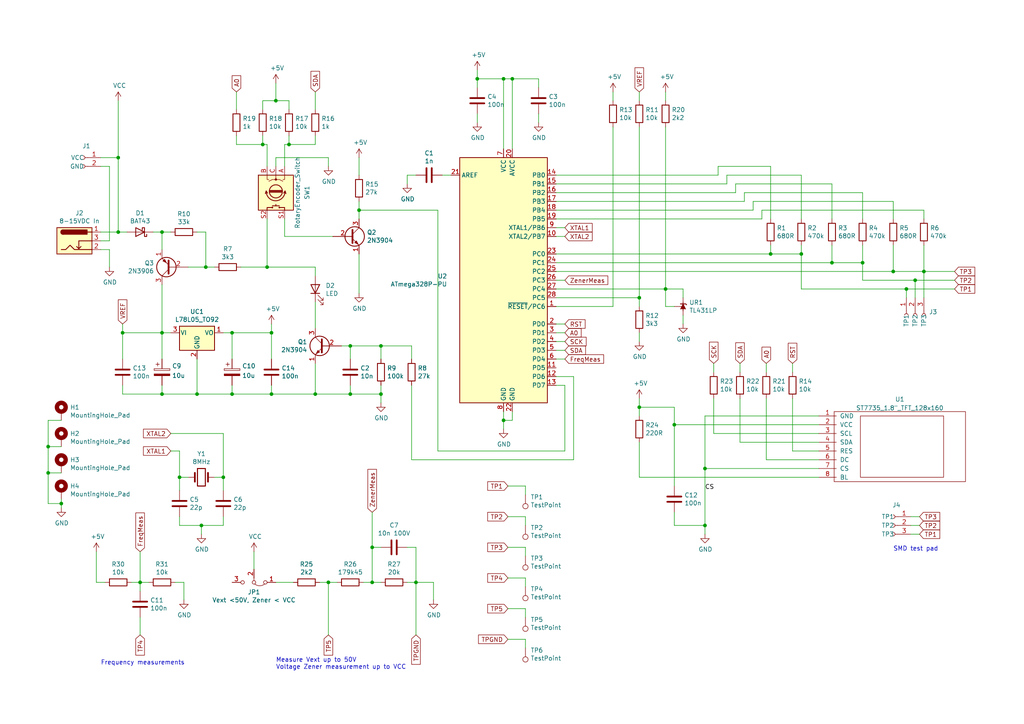
<source format=kicad_sch>
(kicad_sch (version 20211123) (generator eeschema)
  (paper "A4")
  (lib_symbols
    (symbol "Connector:Barrel_Jack_Switch" (pin_names hide)
      (property "Reference" "J" (at 0 5.334 0))
      (property "Value" "Barrel_Jack_Switch" (at 0 -5.08 0))
      (symbol "Barrel_Jack_Switch_1_1"
        (pin passive line (at 7.62 2.54 180) (length 2.54) (name "~") (number "1"))
        (pin passive line (at 7.62 -2.54 180) (length 2.54) (name "~") (number "2"))
        (pin passive line (at 7.62 0 180) (length 2.54) (name "~") (number "3"))
      )
    )
    (symbol "Connector:TestPoint" (pin_numbers hide) (pin_names (offset 0.762) hide)
      (property "Reference" "TP" (at 0 6.858 0))
      (property "Value" "TestPoint" (at 0 5.08 0))
      (symbol "TestPoint_1_1"
        (pin passive line (at 0 0 90) (length 2.54) (name "1") (number "1"))
      )
    )
    (symbol "Device:C" (pin_numbers hide) (pin_names (offset 0.254))
      (property "Reference" "C" (at 0.635 2.54 0))
      (property "Value" "C" (at 0.635 -2.54 0))
      (symbol "C_1_1"
        (pin passive line (at 0 3.81 270) (length 2.794) (name "~") (number "1"))
        (pin passive line (at 0 -3.81 90) (length 2.794) (name "~") (number "2"))
      )
    )
    (symbol "Device:C_Polarized" (pin_numbers hide) (pin_names (offset 0.254))
      (property "Reference" "C" (at 0.635 2.54 0))
      (property "Value" "C_Polarized" (at 0.635 -2.54 0))
      (symbol "C_Polarized_1_1"
        (pin passive line (at 0 3.81 270) (length 2.794) (name "~") (number "1"))
        (pin passive line (at 0 -3.81 90) (length 2.794) (name "~") (number "2"))
      )
    )
    (symbol "Device:Crystal" (pin_numbers hide) (pin_names (offset 1.016) hide)
      (property "Reference" "Y" (at 0 3.81 0))
      (property "Value" "Crystal" (at 0 -3.81 0))
      (symbol "Crystal_1_1"
        (pin passive line (at -3.81 0 0) (length 1.27) (name "1") (number "1"))
        (pin passive line (at 3.81 0 180) (length 1.27) (name "2") (number "2"))
      )
    )
    (symbol "Device:D_Schottky" (pin_numbers hide) (pin_names (offset 1.016) hide)
      (property "Reference" "D" (at 0 2.54 0))
      (property "Value" "D_Schottky" (at 0 -2.54 0))
      (symbol "D_Schottky_1_1"
        (pin passive line (at -3.81 0 0) (length 2.54) (name "K") (number "1"))
        (pin passive line (at 3.81 0 180) (length 2.54) (name "A") (number "2"))
      )
    )
    (symbol "Device:LED" (pin_numbers hide) (pin_names (offset 1.016) hide)
      (property "Reference" "D" (at 0 2.54 0))
      (property "Value" "LED" (at 0 -2.54 0))
      (symbol "LED_1_1"
        (pin passive line (at -3.81 0 0) (length 2.54) (name "K") (number "1"))
        (pin passive line (at 3.81 0 180) (length 2.54) (name "A") (number "2"))
      )
    )
    (symbol "Device:R" (pin_numbers hide) (pin_names (offset 0))
      (property "Reference" "R" (at 2.032 0 90))
      (property "Value" "R" (at 0 0 90))
      (symbol "R_1_1"
        (pin passive line (at 0 3.81 270) (length 1.27) (name "~") (number "1"))
        (pin passive line (at 0 -3.81 90) (length 1.27) (name "~") (number "2"))
      )
    )
    (symbol "Device:RotaryEncoder_Switch" (pin_names (offset 0.254) hide)
      (property "Reference" "SW" (at 0 6.604 0))
      (property "Value" "RotaryEncoder_Switch" (at 0 -6.604 0))
      (symbol "RotaryEncoder_Switch_1_1"
        (pin passive line (at -7.62 2.54 0) (length 2.54) (name "A") (number "A"))
        (pin passive line (at -7.62 -2.54 0) (length 2.54) (name "B") (number "B"))
        (pin passive line (at -7.62 0 0) (length 2.54) (name "C") (number "C"))
        (pin passive line (at 7.62 2.54 180) (length 2.54) (name "S1") (number "S1"))
        (pin passive line (at 7.62 -2.54 180) (length 2.54) (name "S2") (number "S2"))
      )
    )
    (symbol "Jumper:Jumper_3_Bridged12" (pin_names (offset 0) hide)
      (property "Reference" "JP" (at -2.54 -2.54 0))
      (property "Value" "Jumper_3_Bridged12" (at 0 2.794 0))
      (symbol "Jumper_3_Bridged12_1_1"
        (pin passive line (at -6.35 0 0) (length 2.54) (name "A") (number "1"))
        (pin input line (at 0 -3.81 90) (length 2.54) (name "C") (number "2"))
        (pin passive line (at 6.35 0 180) (length 2.54) (name "B") (number "3"))
      )
    )
    (symbol "Mechanical:MountingHole_Pad" (pin_numbers hide) (pin_names (offset 1.016) hide)
      (property "Reference" "H" (at 0 6.35 0))
      (property "Value" "MountingHole_Pad" (at 0 4.445 0))
      (symbol "MountingHole_Pad_1_1"
        (pin input line (at 0 -2.54 90) (length 2.54) (name "1") (number "1"))
      )
    )
    (symbol "My_Headers:2-pin_power_input_header" (pin_names (offset 1.016))
      (property "Reference" "J" (at 0 2.54 0))
      (symbol "2-pin_power_input_header_1_1"
        (pin power_out line (at -5.08 0 0) (length 3.81) (name "VCC") (number "1"))
        (pin power_out line (at -5.08 -2.54 0) (length 3.81) (name "GND") (number "2"))
      )
    )
    (symbol "My_Headers:3-pin_test_header" (pin_names (offset 1.016))
      (property "Reference" "J" (at 0 5.08 0))
      (symbol "3-pin_test_header_1_1"
        (pin input line (at -5.08 2.54 0) (length 3.81) (name "TP1") (number "1"))
        (pin input line (at -5.08 0 0) (length 3.81) (name "TP2") (number "2"))
        (pin input line (at -5.08 -2.54 0) (length 3.81) (name "TP3") (number "3"))
      )
    )
    (symbol "My_Misc:ATmega328P-PU"
      (property "Reference" "U" (at -12.7 36.83 0))
      (property "Value" "ATmega328P-PU" (at 7.62 -36.83 0))
      (symbol "ATmega328P-PU_1_1"
        (pin bidirectional line (at 15.24 -7.62 180) (length 2.54) (name "~{RESET}/PC6") (number "1"))
        (pin bidirectional line (at 15.24 12.7 180) (length 2.54) (name "XTAL2/PB7") (number "10"))
        (pin bidirectional line (at 15.24 -25.4 180) (length 2.54) (name "PD5") (number "11"))
        (pin bidirectional line (at 15.24 -27.94 180) (length 2.54) (name "PD6") (number "12"))
        (pin bidirectional line (at 15.24 -30.48 180) (length 2.54) (name "PD7") (number "13"))
        (pin bidirectional line (at 15.24 30.48 180) (length 2.54) (name "PB0") (number "14"))
        (pin bidirectional line (at 15.24 27.94 180) (length 2.54) (name "PB1") (number "15"))
        (pin bidirectional line (at 15.24 25.4 180) (length 2.54) (name "PB2") (number "16"))
        (pin bidirectional line (at 15.24 22.86 180) (length 2.54) (name "PB3") (number "17"))
        (pin bidirectional line (at 15.24 20.32 180) (length 2.54) (name "PB4") (number "18"))
        (pin bidirectional line (at 15.24 17.78 180) (length 2.54) (name "PB5") (number "19"))
        (pin bidirectional line (at 15.24 -12.7 180) (length 2.54) (name "PD0") (number "2"))
        (pin power_in line (at 2.54 38.1 270) (length 2.54) (name "AVCC") (number "20"))
        (pin passive line (at -15.24 30.48 0) (length 2.54) (name "AREF") (number "21"))
        (pin passive line (at 0 -38.1 90) (length 2.54) hide (name "GND") (number "22"))
        (pin power_in line (at 2.54 -38.1 90) (length 2.54) (name "GND") (number "22"))
        (pin bidirectional line (at 15.24 7.62 180) (length 2.54) (name "PC0") (number "23"))
        (pin bidirectional line (at 15.24 5.08 180) (length 2.54) (name "PC1") (number "24"))
        (pin bidirectional line (at 15.24 2.54 180) (length 2.54) (name "PC2") (number "25"))
        (pin bidirectional line (at 15.24 0 180) (length 2.54) (name "PC3") (number "26"))
        (pin bidirectional line (at 15.24 -2.54 180) (length 2.54) (name "PC4") (number "27"))
        (pin bidirectional line (at 15.24 -5.08 180) (length 2.54) (name "PC5") (number "28"))
        (pin bidirectional line (at 15.24 -15.24 180) (length 2.54) (name "PD1") (number "3"))
        (pin bidirectional line (at 15.24 -17.78 180) (length 2.54) (name "PD2") (number "4"))
        (pin bidirectional line (at 15.24 -20.32 180) (length 2.54) (name "PD3") (number "5"))
        (pin bidirectional line (at 15.24 -22.86 180) (length 2.54) (name "PD4") (number "6"))
        (pin power_in line (at 0 38.1 270) (length 2.54) (name "VCC") (number "7"))
        (pin power_in line (at 0 -38.1 90) (length 2.54) (name "GND") (number "8"))
        (pin bidirectional line (at 15.24 15.24 180) (length 2.54) (name "XTAL1/PB6") (number "9"))
      )
    )
    (symbol "My_Parts:ST7735_1.8{dblquote}_TFT_128x160" (pin_names (offset 1.016))
      (property "Reference" "U" (at 6.35 3.175 0))
      (property "Value" "ST7735_1.8{dblquote}_TFT_128x160" (at 24.13 -20.955 0))
      (symbol "ST7735_1.8{dblquote}_TFT_128x160_1_1"
        (pin power_in line (at 0 -17.78 0) (length 5.08) (name "GND") (number "1"))
        (pin power_in line (at 0 -15.24 0) (length 5.08) (name "VCC") (number "2"))
        (pin input line (at 0 -12.7 0) (length 5.08) (name "SCL") (number "3"))
        (pin input line (at 0 -10.16 0) (length 5.08) (name "SDA") (number "4"))
        (pin input line (at 0 -7.62 0) (length 5.08) (name "RES") (number "5"))
        (pin input line (at 0 -5.08 0) (length 5.08) (name "DC") (number "6"))
        (pin input line (at 0 -2.54 0) (length 5.08) (name "CS") (number "7"))
        (pin input line (at 0 0 0) (length 5.08) (name "BL") (number "8"))
      )
    )
    (symbol "Reference_Voltage:TL431LP" (pin_numbers hide) (pin_names hide)
      (property "Reference" "U" (at -2.54 2.54 0))
      (property "Value" "TL431LP" (at 0 -2.54 0))
      (symbol "TL431LP_1_1"
        (pin passive line (at 0 2.54 270) (length 2.54) (name "REF") (number "1"))
        (pin passive line (at -2.54 0 0) (length 2.54) (name "A") (number "2"))
        (pin passive line (at 2.54 0 180) (length 2.54) (name "K") (number "3"))
      )
    )
    (symbol "Regulator_Linear:L78L05_TO92" (pin_names (offset 0.254))
      (property "Reference" "U" (at -3.81 3.175 0))
      (property "Value" "L78L05_TO92" (at 0 3.175 0))
      (symbol "L78L05_TO92_1_1"
        (pin power_out line (at 7.62 0 180) (length 2.54) (name "VO") (number "1"))
        (pin power_in line (at 0 -7.62 90) (length 2.54) (name "GND") (number "2"))
        (pin power_in line (at -7.62 0 0) (length 2.54) (name "VI") (number "3"))
      )
    )
    (symbol "Transistor_BJT:2N3904" (pin_names (offset 0) hide)
      (property "Reference" "Q" (at 5.08 1.905 0))
      (property "Value" "2N3904" (at 5.08 0 0))
      (symbol "2N3904_1_1"
        (pin passive line (at 2.54 -5.08 90) (length 2.54) (name "E") (number "1"))
        (pin passive line (at -5.08 0 0) (length 5.715) (name "B") (number "2"))
        (pin passive line (at 2.54 5.08 270) (length 2.54) (name "C") (number "3"))
      )
    )
    (symbol "Transistor_BJT:2N3906" (pin_names (offset 0) hide)
      (property "Reference" "Q" (at 5.08 1.905 0))
      (property "Value" "2N3906" (at 5.08 0 0))
      (symbol "2N3906_1_1"
        (pin passive line (at 2.54 -5.08 90) (length 2.54) (name "E") (number "1"))
        (pin input line (at -5.08 0 0) (length 5.715) (name "B") (number "2"))
        (pin passive line (at 2.54 5.08 270) (length 2.54) (name "C") (number "3"))
      )
    )
    (symbol "power:+5V" (power) (pin_names (offset 0))
      (property "Value" "+5V" (at 0 3.556 0))
      (symbol "+5V_1_1"
        (pin power_in line (at 0 0 90) (length 0) hide (name "+5V") (number "1"))
      )
    )
    (symbol "power:GND" (power) (pin_names (offset 0))
      (property "Value" "GND" (at 0 -3.81 0))
      (symbol "GND_1_1"
        (pin power_in line (at 0 0 270) (length 0) hide (name "GND") (number "1"))
      )
    )
    (symbol "power:VCC" (power) (pin_names (offset 0))
      (property "Value" "VCC" (at 0 3.81 0))
      (symbol "VCC_1_1"
        (pin power_in line (at 0 0 90) (length 0) hide (name "VCC") (number "1"))
      )
    )
  )
  (junction (at 107.95 168.91))
  (junction (at 223.52 73.66))
  (junction (at 148.59 22.86))
  (junction (at 34.29 45.72))
  (junction (at 146.05 22.86))
  (junction (at 46.99 96.52))
  (junction (at 241.3 76.2))
  (junction (at 52.07 138.43))
  (junction (at 78.74 96.52))
  (junction (at 262.89 83.82))
  (junction (at 57.15 114.3))
  (junction (at 46.99 114.3))
  (junction (at 76.2 41.91))
  (junction (at 104.14 60.96))
  (junction (at 259.08 78.74))
  (junction (at 101.6 114.3))
  (junction (at 250.19 76.2))
  (junction (at 204.47 135.89))
  (junction (at 193.04 83.82))
  (junction (at 185.42 86.36))
  (junction (at 58.42 152.4))
  (junction (at 204.47 152.4))
  (junction (at 13.97 137.16))
  (junction (at 265.43 81.28))
  (junction (at 195.58 123.19))
  (junction (at 17.78 146.05))
  (junction (at 67.31 114.3))
  (junction (at 95.25 168.91))
  (junction (at 138.43 22.86))
  (junction (at 80.01 29.21))
  (junction (at 185.42 118.11))
  (junction (at 83.82 41.91))
  (junction (at 110.49 100.33))
  (junction (at 64.77 138.43))
  (junction (at 267.97 78.74))
  (junction (at 59.69 77.47))
  (junction (at 40.64 168.91))
  (junction (at 101.6 100.33))
  (junction (at 110.49 114.3))
  (junction (at 146.05 121.92))
  (junction (at 107.95 158.75))
  (junction (at 13.97 129.54))
  (junction (at 67.31 96.52))
  (junction (at 120.65 168.91))
  (junction (at 232.41 73.66))
  (junction (at 78.74 114.3))
  (junction (at 35.56 96.52))
  (junction (at 77.47 77.47))
  (junction (at 91.44 114.3))
  (junction (at 46.99 67.31))
  (junction (at 34.29 67.31))
  (wire (pts (xy 120.65 168.91) (xy 120.65 184.15)))
  (wire (pts (xy 148.59 119.38) (xy 148.59 121.92)))
  (wire (pts (xy 163.83 101.6) (xy 161.29 101.6)))
  (wire (pts (xy 107.95 168.91) (xy 107.95 158.75)))
  (wire (pts (xy 76.2 41.91) (xy 68.58 41.91)))
  (wire (pts (xy 29.21 45.72) (xy 34.29 45.72)))
  (wire (pts (xy 147.32 167.64) (xy 152.4 167.64)))
  (wire (pts (xy 232.41 50.8) (xy 232.41 63.5)))
  (wire (pts (xy 156.21 22.86) (xy 156.21 25.4)))
  (wire (pts (xy 161.29 58.42) (xy 215.9 58.42)))
  (wire (pts (xy 208.28 48.26) (xy 223.52 48.26)))
  (wire (pts (xy 195.58 152.4) (xy 204.47 152.4)))
  (wire (pts (xy 76.2 29.21) (xy 80.01 29.21)))
  (wire (pts (xy 130.81 50.8) (xy 128.27 50.8)))
  (wire (pts (xy 40.64 179.07) (xy 40.64 184.15)))
  (wire (pts (xy 204.47 135.89) (xy 204.47 152.4)))
  (wire (pts (xy 17.78 147.32) (xy 17.78 146.05)))
  (wire (pts (xy 185.42 118.11) (xy 195.58 118.11)))
  (wire (pts (xy 259.08 58.42) (xy 259.08 63.5)))
  (wire (pts (xy 57.15 114.3) (xy 67.31 114.3)))
  (wire (pts (xy 223.52 48.26) (xy 223.52 63.5)))
  (wire (pts (xy 118.11 50.8) (xy 118.11 53.34)))
  (wire (pts (xy 13.97 121.92) (xy 17.78 121.92)))
  (wire (pts (xy 237.49 128.27) (xy 214.63 128.27)))
  (wire (pts (xy 161.29 83.82) (xy 193.04 83.82)))
  (wire (pts (xy 232.41 83.82) (xy 232.41 73.66)))
  (wire (pts (xy 166.37 109.22) (xy 161.29 109.22)))
  (wire (pts (xy 193.04 29.21) (xy 193.04 26.67)))
  (wire (pts (xy 241.3 76.2) (xy 250.19 76.2)))
  (wire (pts (xy 163.83 130.81) (xy 163.83 111.76)))
  (wire (pts (xy 265.43 81.28) (xy 250.19 81.28)))
  (wire (pts (xy 35.56 96.52) (xy 35.56 104.14)))
  (wire (pts (xy 259.08 78.74) (xy 259.08 71.12)))
  (wire (pts (xy 104.14 63.5) (xy 104.14 60.96)))
  (wire (pts (xy 204.47 120.65) (xy 204.47 135.89)))
  (wire (pts (xy 146.05 43.18) (xy 146.05 22.86)))
  (wire (pts (xy 77.47 77.47) (xy 91.44 77.47)))
  (wire (pts (xy 214.63 128.27) (xy 214.63 115.57)))
  (wire (pts (xy 53.34 168.91) (xy 53.34 173.99)))
  (wire (pts (xy 215.9 55.88) (xy 250.19 55.88)))
  (wire (pts (xy 204.47 152.4) (xy 204.47 154.94)))
  (wire (pts (xy 237.49 130.81) (xy 229.87 130.81)))
  (wire (pts (xy 138.43 22.86) (xy 138.43 25.4)))
  (wire (pts (xy 148.59 22.86) (xy 148.59 43.18)))
  (wire (pts (xy 91.44 87.63) (xy 91.44 95.25)))
  (wire (pts (xy 146.05 119.38) (xy 146.05 121.92)))
  (wire (pts (xy 220.98 63.5) (xy 220.98 60.96)))
  (wire (pts (xy 83.82 29.21) (xy 83.82 31.75)))
  (wire (pts (xy 177.8 29.21) (xy 177.8 26.67)))
  (wire (pts (xy 57.15 67.31) (xy 59.69 67.31)))
  (wire (pts (xy 214.63 105.41) (xy 214.63 107.95)))
  (wire (pts (xy 49.53 125.73) (xy 64.77 125.73)))
  (wire (pts (xy 104.14 60.96) (xy 104.14 58.42)))
  (wire (pts (xy 218.44 60.96) (xy 218.44 58.42)))
  (wire (pts (xy 67.31 114.3) (xy 78.74 114.3)))
  (wire (pts (xy 163.83 96.52) (xy 161.29 96.52)))
  (wire (pts (xy 185.42 96.52) (xy 185.42 99.06)))
  (wire (pts (xy 40.64 168.91) (xy 40.64 160.02)))
  (wire (pts (xy 29.21 72.39) (xy 31.75 72.39)))
  (wire (pts (xy 195.58 118.11) (xy 195.58 123.19)))
  (wire (pts (xy 80.01 48.26) (xy 80.01 45.72)))
  (wire (pts (xy 276.86 83.82) (xy 262.89 83.82)))
  (wire (pts (xy 104.14 73.66) (xy 104.14 85.09)))
  (wire (pts (xy 40.64 168.91) (xy 38.1 168.91)))
  (wire (pts (xy 50.8 168.91) (xy 53.34 168.91)))
  (wire (pts (xy 210.82 53.34) (xy 210.82 50.8)))
  (wire (pts (xy 120.65 50.8) (xy 118.11 50.8)))
  (wire (pts (xy 101.6 111.76) (xy 101.6 114.3)))
  (wire (pts (xy 185.42 36.83) (xy 185.42 86.36)))
  (wire (pts (xy 101.6 114.3) (xy 110.49 114.3)))
  (wire (pts (xy 34.29 67.31) (xy 36.83 67.31)))
  (wire (pts (xy 250.19 81.28) (xy 250.19 76.2)))
  (wire (pts (xy 52.07 138.43) (xy 54.61 138.43)))
  (wire (pts (xy 267.97 60.96) (xy 267.97 63.5)))
  (wire (pts (xy 138.43 20.32) (xy 138.43 22.86)))
  (wire (pts (xy 267.97 78.74) (xy 276.86 78.74)))
  (wire (pts (xy 46.99 67.31) (xy 49.53 67.31)))
  (wire (pts (xy 163.83 66.04) (xy 161.29 66.04)))
  (wire (pts (xy 59.69 67.31) (xy 59.69 77.47)))
  (wire (pts (xy 222.25 107.95) (xy 222.25 105.41)))
  (wire (pts (xy 213.36 55.88) (xy 213.36 53.34)))
  (wire (pts (xy 276.86 81.28) (xy 265.43 81.28)))
  (wire (pts (xy 265.43 86.36) (xy 265.43 81.28)))
  (wire (pts (xy 237.49 125.73) (xy 207.01 125.73)))
  (wire (pts (xy 156.21 35.56) (xy 156.21 33.02)))
  (wire (pts (xy 13.97 137.16) (xy 17.78 137.16)))
  (wire (pts (xy 218.44 58.42) (xy 259.08 58.42)))
  (wire (pts (xy 193.04 36.83) (xy 193.04 83.82)))
  (wire (pts (xy 152.4 176.53) (xy 152.4 179.07)))
  (wire (pts (xy 198.12 91.44) (xy 198.12 93.98)))
  (wire (pts (xy 17.78 146.05) (xy 17.78 144.78)))
  (wire (pts (xy 161.29 60.96) (xy 218.44 60.96)))
  (wire (pts (xy 161.29 76.2) (xy 241.3 76.2)))
  (wire (pts (xy 220.98 60.96) (xy 267.97 60.96)))
  (wire (pts (xy 13.97 137.16) (xy 13.97 129.54)))
  (wire (pts (xy 229.87 115.57) (xy 229.87 130.81)))
  (wire (pts (xy 120.65 168.91) (xy 120.65 158.75)))
  (wire (pts (xy 27.94 168.91) (xy 30.48 168.91)))
  (wire (pts (xy 237.49 133.35) (xy 222.25 133.35)))
  (wire (pts (xy 31.75 72.39) (xy 31.75 77.47)))
  (wire (pts (xy 147.32 185.42) (xy 152.4 185.42)))
  (wire (pts (xy 107.95 168.91) (xy 110.49 168.91)))
  (wire (pts (xy 146.05 22.86) (xy 148.59 22.86)))
  (wire (pts (xy 185.42 29.21) (xy 185.42 26.67)))
  (wire (pts (xy 46.99 96.52) (xy 46.99 104.14)))
  (wire (pts (xy 78.74 96.52) (xy 78.74 93.98)))
  (wire (pts (xy 52.07 149.86) (xy 52.07 152.4)))
  (wire (pts (xy 54.61 77.47) (xy 59.69 77.47)))
  (wire (pts (xy 78.74 96.52) (xy 78.74 104.14)))
  (wire (pts (xy 104.14 50.8) (xy 104.14 45.72)))
  (wire (pts (xy 57.15 104.14) (xy 57.15 114.3)))
  (wire (pts (xy 152.4 185.42) (xy 152.4 187.96)))
  (wire (pts (xy 46.99 72.39) (xy 46.99 67.31)))
  (wire (pts (xy 107.95 158.75) (xy 110.49 158.75)))
  (wire (pts (xy 105.41 168.91) (xy 107.95 168.91)))
  (wire (pts (xy 163.83 68.58) (xy 161.29 68.58)))
  (wire (pts (xy 101.6 100.33) (xy 101.6 104.14)))
  (wire (pts (xy 67.31 96.52) (xy 67.31 104.14)))
  (wire (pts (xy 138.43 22.86) (xy 146.05 22.86)))
  (wire (pts (xy 267.97 78.74) (xy 267.97 71.12)))
  (wire (pts (xy 62.23 138.43) (xy 64.77 138.43)))
  (wire (pts (xy 92.71 168.91) (xy 95.25 168.91)))
  (wire (pts (xy 91.44 114.3) (xy 78.74 114.3)))
  (wire (pts (xy 166.37 133.35) (xy 166.37 109.22)))
  (wire (pts (xy 241.3 53.34) (xy 241.3 63.5)))
  (wire (pts (xy 213.36 53.34) (xy 241.3 53.34)))
  (wire (pts (xy 46.99 111.76) (xy 46.99 114.3)))
  (wire (pts (xy 138.43 33.02) (xy 138.43 35.56)))
  (wire (pts (xy 77.47 48.26) (xy 77.47 41.91)))
  (wire (pts (xy 76.2 31.75) (xy 76.2 29.21)))
  (wire (pts (xy 193.04 88.9) (xy 193.04 83.82)))
  (wire (pts (xy 59.69 77.47) (xy 62.23 77.47)))
  (wire (pts (xy 67.31 111.76) (xy 67.31 114.3)))
  (wire (pts (xy 46.99 96.52) (xy 35.56 96.52)))
  (wire (pts (xy 266.7 154.94) (xy 264.16 154.94)))
  (wire (pts (xy 152.4 158.75) (xy 152.4 161.29)))
  (wire (pts (xy 127 130.81) (xy 163.83 130.81)))
  (wire (pts (xy 64.77 152.4) (xy 64.77 149.86)))
  (wire (pts (xy 91.44 105.41) (xy 91.44 114.3)))
  (wire (pts (xy 147.32 140.97) (xy 152.4 140.97)))
  (wire (pts (xy 119.38 111.76) (xy 119.38 133.35)))
  (wire (pts (xy 177.8 88.9) (xy 177.8 36.83)))
  (wire (pts (xy 91.44 31.75) (xy 91.44 26.67)))
  (wire (pts (xy 185.42 138.43) (xy 185.42 128.27)))
  (wire (pts (xy 76.2 39.37) (xy 76.2 41.91)))
  (wire (pts (xy 83.82 39.37) (xy 83.82 41.91)))
  (wire (pts (xy 46.99 96.52) (xy 46.99 82.55)))
  (wire (pts (xy 13.97 129.54) (xy 17.78 129.54)))
  (wire (pts (xy 31.75 48.26) (xy 31.75 69.85)))
  (wire (pts (xy 49.53 96.52) (xy 46.99 96.52)))
  (wire (pts (xy 262.89 86.36) (xy 262.89 83.82)))
  (wire (pts (xy 127 60.96) (xy 127 130.81)))
  (wire (pts (xy 147.32 149.86) (xy 152.4 149.86)))
  (wire (pts (xy 146.05 124.46) (xy 146.05 121.92)))
  (wire (pts (xy 120.65 158.75) (xy 118.11 158.75)))
  (wire (pts (xy 185.42 86.36) (xy 161.29 86.36)))
  (wire (pts (xy 222.25 115.57) (xy 222.25 133.35)))
  (wire (pts (xy 31.75 69.85) (xy 29.21 69.85)))
  (wire (pts (xy 13.97 129.54) (xy 13.97 121.92)))
  (wire (pts (xy 147.32 176.53) (xy 152.4 176.53)))
  (wire (pts (xy 193.04 83.82) (xy 198.12 83.82)))
  (wire (pts (xy 34.29 45.72) (xy 34.29 29.21)))
  (wire (pts (xy 110.49 116.84) (xy 110.49 114.3)))
  (wire (pts (xy 229.87 105.41) (xy 229.87 107.95)))
  (wire (pts (xy 34.29 67.31) (xy 34.29 45.72)))
  (wire (pts (xy 82.55 48.26) (xy 82.55 41.91)))
  (wire (pts (xy 161.29 88.9) (xy 177.8 88.9)))
  (wire (pts (xy 78.74 114.3) (xy 78.74 111.76)))
  (wire (pts (xy 58.42 152.4) (xy 64.77 152.4)))
  (wire (pts (xy 125.73 168.91) (xy 125.73 173.99)))
  (wire (pts (xy 259.08 78.74) (xy 267.97 78.74)))
  (wire (pts (xy 95.25 168.91) (xy 95.25 184.15)))
  (wire (pts (xy 101.6 100.33) (xy 110.49 100.33)))
  (wire (pts (xy 161.29 63.5) (xy 220.98 63.5)))
  (wire (pts (xy 104.14 60.96) (xy 127 60.96)))
  (wire (pts (xy 198.12 83.82) (xy 198.12 86.36)))
  (wire (pts (xy 44.45 67.31) (xy 46.99 67.31)))
  (wire (pts (xy 152.4 140.97) (xy 152.4 143.51)))
  (wire (pts (xy 119.38 133.35) (xy 166.37 133.35)))
  (wire (pts (xy 267.97 86.36) (xy 267.97 78.74)))
  (wire (pts (xy 29.21 48.26) (xy 31.75 48.26)))
  (wire (pts (xy 163.83 99.06) (xy 161.29 99.06)))
  (wire (pts (xy 215.9 58.42) (xy 215.9 55.88)))
  (wire (pts (xy 204.47 120.65) (xy 237.49 120.65)))
  (wire (pts (xy 147.32 158.75) (xy 152.4 158.75)))
  (wire (pts (xy 110.49 114.3) (xy 110.49 111.76)))
  (wire (pts (xy 68.58 41.91) (xy 68.58 39.37)))
  (wire (pts (xy 163.83 93.98) (xy 161.29 93.98)))
  (wire (pts (xy 91.44 77.47) (xy 91.44 80.01)))
  (wire (pts (xy 161.29 53.34) (xy 210.82 53.34)))
  (wire (pts (xy 161.29 73.66) (xy 223.52 73.66)))
  (wire (pts (xy 232.41 73.66) (xy 232.41 71.12)))
  (wire (pts (xy 77.47 63.5) (xy 77.47 77.47)))
  (wire (pts (xy 64.77 125.73) (xy 64.77 138.43)))
  (wire (pts (xy 195.58 123.19) (xy 237.49 123.19)))
  (wire (pts (xy 204.47 135.89) (xy 237.49 135.89)))
  (wire (pts (xy 40.64 171.45) (xy 40.64 168.91)))
  (wire (pts (xy 43.18 168.91) (xy 40.64 168.91)))
  (wire (pts (xy 262.89 83.82) (xy 232.41 83.82)))
  (wire (pts (xy 266.7 149.86) (xy 264.16 149.86)))
  (wire (pts (xy 146.05 121.92) (xy 148.59 121.92)))
  (wire (pts (xy 152.4 167.64) (xy 152.4 170.18)))
  (wire (pts (xy 210.82 50.8) (xy 232.41 50.8)))
  (wire (pts (xy 95.25 168.91) (xy 97.79 168.91)))
  (wire (pts (xy 148.59 22.86) (xy 156.21 22.86)))
  (wire (pts (xy 95.25 45.72) (xy 95.25 48.26)))
  (wire (pts (xy 73.66 165.1) (xy 73.66 160.02)))
  (wire (pts (xy 110.49 100.33) (xy 119.38 100.33)))
  (wire (pts (xy 17.78 146.05) (xy 13.97 146.05)))
  (wire (pts (xy 223.52 73.66) (xy 223.52 71.12)))
  (wire (pts (xy 161.29 78.74) (xy 259.08 78.74)))
  (wire (pts (xy 161.29 55.88) (xy 213.36 55.88)))
  (wire (pts (xy 223.52 73.66) (xy 232.41 73.66)))
  (wire (pts (xy 13.97 146.05) (xy 13.97 137.16)))
  (wire (pts (xy 35.56 114.3) (xy 46.99 114.3)))
  (wire (pts (xy 68.58 31.75) (xy 68.58 26.67)))
  (wire (pts (xy 241.3 76.2) (xy 241.3 71.12)))
  (wire (pts (xy 99.06 100.33) (xy 101.6 100.33)))
  (wire (pts (xy 35.56 111.76) (xy 35.56 114.3)))
  (wire (pts (xy 185.42 138.43) (xy 237.49 138.43)))
  (wire (pts (xy 85.09 168.91) (xy 80.01 168.91)))
  (wire (pts (xy 120.65 168.91) (xy 125.73 168.91)))
  (wire (pts (xy 110.49 100.33) (xy 110.49 104.14)))
  (wire (pts (xy 46.99 114.3) (xy 57.15 114.3)))
  (wire (pts (xy 185.42 118.11) (xy 185.42 120.65)))
  (wire (pts (xy 82.55 41.91) (xy 83.82 41.91)))
  (wire (pts (xy 161.29 50.8) (xy 208.28 50.8)))
  (wire (pts (xy 67.31 96.52) (xy 78.74 96.52)))
  (wire (pts (xy 52.07 130.81) (xy 52.07 138.43)))
  (wire (pts (xy 82.55 68.58) (xy 82.55 63.5)))
  (wire (pts (xy 163.83 111.76) (xy 161.29 111.76)))
  (wire (pts (xy 163.83 81.28) (xy 161.29 81.28)))
  (wire (pts (xy 27.94 160.02) (xy 27.94 168.91)))
  (wire (pts (xy 58.42 154.94) (xy 58.42 152.4)))
  (wire (pts (xy 52.07 142.24) (xy 52.07 138.43)))
  (wire (pts (xy 207.01 125.73) (xy 207.01 115.57)))
  (wire (pts (xy 163.83 104.14) (xy 161.29 104.14)))
  (wire (pts (xy 52.07 152.4) (xy 58.42 152.4)))
  (wire (pts (xy 64.77 96.52) (xy 67.31 96.52)))
  (wire (pts (xy 35.56 96.52) (xy 35.56 93.98)))
  (wire (pts (xy 118.11 168.91) (xy 120.65 168.91)))
  (wire (pts (xy 250.19 76.2) (xy 250.19 71.12)))
  (wire (pts (xy 195.58 88.9) (xy 193.04 88.9)))
  (wire (pts (xy 119.38 100.33) (xy 119.38 104.14)))
  (wire (pts (xy 80.01 29.21) (xy 83.82 29.21)))
  (wire (pts (xy 82.55 68.58) (xy 96.52 68.58)))
  (wire (pts (xy 80.01 45.72) (xy 95.25 45.72)))
  (wire (pts (xy 91.44 41.91) (xy 91.44 39.37)))
  (wire (pts (xy 195.58 123.19) (xy 195.58 140.97)))
  (wire (pts (xy 107.95 158.75) (xy 107.95 148.59)))
  (wire (pts (xy 208.28 50.8) (xy 208.28 48.26)))
  (wire (pts (xy 29.21 67.31) (xy 34.29 67.31)))
  (wire (pts (xy 52.07 130.81) (xy 49.53 130.81)))
  (wire (pts (xy 80.01 24.13) (xy 80.01 29.21)))
  (wire (pts (xy 69.85 77.47) (xy 77.47 77.47)))
  (wire (pts (xy 207.01 107.95) (xy 207.01 105.41)))
  (wire (pts (xy 195.58 148.59) (xy 195.58 152.4)))
  (wire (pts (xy 185.42 115.57) (xy 185.42 118.11)))
  (wire (pts (xy 77.47 41.91) (xy 76.2 41.91)))
  (wire (pts (xy 266.7 152.4) (xy 264.16 152.4)))
  (wire (pts (xy 250.19 55.88) (xy 250.19 63.5)))
  (wire (pts (xy 152.4 149.86) (xy 152.4 152.4)))
  (wire (pts (xy 91.44 114.3) (xy 101.6 114.3)))
  (wire (pts (xy 64.77 138.43) (xy 64.77 142.24)))
  (wire (pts (xy 185.42 88.9) (xy 185.42 86.36)))
  (wire (pts (xy 83.82 41.91) (xy 91.44 41.91)))
  (text "SMD test pad" (at 259.08 160.02 0) (effects (font (size 1.27 1.27)) (justify left bottom)))
  (text "Measure Vext up to 50V\nVoltage Zener measurement up to VCC" (at 80.01 194.31 0) (effects (font (size 1.27 1.27)) (justify left bottom)))
  (text "Frequency measurements" (at 29.21 193.04 0) (effects (font (size 1.27 1.27)) (justify left bottom)))
  (label "CS" (at 204.47 142.24 0))
  (global_label "A0" (shape input) (at 68.58 26.67 90) (property "Intersheet References" "${INTERSHEET_REFS}" (effects hide)))
  (global_label "TP2" (shape input) (at 266.7 152.4 0) (property "Intersheet References" "${INTERSHEET_REFS}" (effects hide)))
  (global_label "TP2" (shape input) (at 276.86 81.28 0) (property "Intersheet References" "${INTERSHEET_REFS}" (effects hide)))
  (global_label "XTAL2" (shape input) (at 163.83 68.58 0) (property "Intersheet References" "${INTERSHEET_REFS}" (effects hide)))
  (global_label "A0" (shape input) (at 163.83 96.52 0) (property "Intersheet References" "${INTERSHEET_REFS}" (effects hide)))
  (global_label "RST" (shape input) (at 229.87 105.41 90) (property "Intersheet References" "${INTERSHEET_REFS}" (effects hide)))
  (global_label "SDA" (shape input) (at 163.83 101.6 0) (property "Intersheet References" "${INTERSHEET_REFS}" (effects hide)))
  (global_label "TP3" (shape input) (at 147.32 158.75 180) (property "Intersheet References" "${INTERSHEET_REFS}" (effects hide)))
  (global_label "TP2" (shape input) (at 147.32 149.86 180) (property "Intersheet References" "${INTERSHEET_REFS}" (effects hide)))
  (global_label "TP4" (shape input) (at 40.64 184.15 270) (property "Intersheet References" "${INTERSHEET_REFS}" (effects hide)))
  (global_label "ZenerMeas" (shape input) (at 107.95 148.59 90) (property "Intersheet References" "${INTERSHEET_REFS}" (effects hide)))
  (global_label "A0" (shape input) (at 222.25 105.41 90) (property "Intersheet References" "${INTERSHEET_REFS}" (effects hide)))
  (global_label "TP5" (shape input) (at 147.32 176.53 180) (property "Intersheet References" "${INTERSHEET_REFS}" (effects hide)))
  (global_label "FreqMeas" (shape input) (at 40.64 160.02 90) (property "Intersheet References" "${INTERSHEET_REFS}" (effects hide)))
  (global_label "SDA" (shape input) (at 91.44 26.67 90) (property "Intersheet References" "${INTERSHEET_REFS}" (effects hide)))
  (global_label "ZenerMeas" (shape input) (at 163.83 81.28 0) (property "Intersheet References" "${INTERSHEET_REFS}" (effects hide)))
  (global_label "TP3" (shape input) (at 266.7 149.86 0) (property "Intersheet References" "${INTERSHEET_REFS}" (effects hide)))
  (global_label "SCK" (shape input) (at 163.83 99.06 0) (property "Intersheet References" "${INTERSHEET_REFS}" (effects hide)))
  (global_label "XTAL2" (shape input) (at 49.53 125.73 180) (property "Intersheet References" "${INTERSHEET_REFS}" (effects hide)))
  (global_label "SDA" (shape input) (at 214.63 105.41 90) (property "Intersheet References" "${INTERSHEET_REFS}" (effects hide)))
  (global_label "TPGND" (shape input) (at 120.65 184.15 270) (property "Intersheet References" "${INTERSHEET_REFS}" (effects hide)))
  (global_label "VREF" (shape input) (at 35.56 93.98 90) (property "Intersheet References" "${INTERSHEET_REFS}" (effects hide)))
  (global_label "SCK" (shape input) (at 207.01 105.41 90) (property "Intersheet References" "${INTERSHEET_REFS}" (effects hide)))
  (global_label "TP4" (shape input) (at 147.32 167.64 180) (property "Intersheet References" "${INTERSHEET_REFS}" (effects hide)))
  (global_label "RST" (shape input) (at 163.83 93.98 0) (property "Intersheet References" "${INTERSHEET_REFS}" (effects hide)))
  (global_label "TP1" (shape input) (at 266.7 154.94 0) (property "Intersheet References" "${INTERSHEET_REFS}" (effects hide)))
  (global_label "TP5" (shape input) (at 95.25 184.15 270) (property "Intersheet References" "${INTERSHEET_REFS}" (effects hide)))
  (global_label "FreqMeas" (shape input) (at 163.83 104.14 0) (property "Intersheet References" "${INTERSHEET_REFS}" (effects hide)))
  (global_label "VREF" (shape input) (at 185.42 26.67 90) (property "Intersheet References" "${INTERSHEET_REFS}" (effects hide)))
  (global_label "XTAL1" (shape input) (at 163.83 66.04 0) (property "Intersheet References" "${INTERSHEET_REFS}" (effects hide)))
  (global_label "XTAL1" (shape input) (at 49.53 130.81 180) (property "Intersheet References" "${INTERSHEET_REFS}" (effects hide)))
  (global_label "TP3" (shape input) (at 276.86 78.74 0) (property "Intersheet References" "${INTERSHEET_REFS}" (effects hide)))
  (global_label "TP1" (shape input) (at 276.86 83.82 0) (property "Intersheet References" "${INTERSHEET_REFS}" (effects hide)))
  (global_label "TPGND" (shape input) (at 147.32 185.42 180) (property "Intersheet References" "${INTERSHEET_REFS}" (effects hide)))
  (global_label "TP1" (shape input) (at 147.32 140.97 180) (property "Intersheet References" "${INTERSHEET_REFS}" (effects hide)))
  (symbol (lib_id "My_Misc:ATmega328P-PU") (at 146.05 81.28 0) (unit 1)
    (property "Reference" "U2" (at 129.6924 80.1116 0) (effects (justify right)))
    (property "Value" "ATmega328P-PU" (at 129.6924 82.423 0) (effects (justify right)))
    (property "Footprint" "Package_DIP:DIP-28_W7.62mm" (effects hide))
    (property "Datasheet" "http://ww1.microchip.com/downloads/en/DeviceDoc/ATmega328_P%20AVR%20MCU%20with%20picoPower%20Technology%20Data%20Sheet%2040001984A.pdf" (effects hide))
  )
  (symbol (lib_id "Device:R") (at 267.97 67.31 0) (unit 1)
    (property "Reference" "R6" (at 269.748 66.1416 0) (effects (justify left)))
    (property "Value" "470k" (at 269.748 68.453 0) (effects (justify left)))
    (property "Footprint" "My_Misc:R_Axial_DIN0207_L6.3mm_D2.5mm_P10.16mm_Horizontal_larger_pads" (effects hide))
  )
  (symbol (lib_id "Device:R") (at 259.08 67.31 0) (unit 1)
    (property "Reference" "R5" (at 260.858 66.1416 0) (effects (justify left)))
    (property "Value" "680R" (at 260.858 68.453 0) (effects (justify left)))
    (property "Footprint" "My_Misc:R_Axial_DIN0207_L6.3mm_D2.5mm_P10.16mm_Horizontal_larger_pads" (effects hide))
  )
  (symbol (lib_id "Device:R") (at 250.19 67.31 0) (unit 1)
    (property "Reference" "R4" (at 251.968 66.1416 0) (effects (justify left)))
    (property "Value" "470k" (at 251.968 68.453 0) (effects (justify left)))
    (property "Footprint" "My_Misc:R_Axial_DIN0207_L6.3mm_D2.5mm_P10.16mm_Horizontal_larger_pads" (effects hide))
  )
  (symbol (lib_id "Device:R") (at 241.3 67.31 0) (unit 1)
    (property "Reference" "R3" (at 243.078 66.1416 0) (effects (justify left)))
    (property "Value" "680R" (at 243.078 68.453 0) (effects (justify left)))
    (property "Footprint" "My_Misc:R_Axial_DIN0207_L6.3mm_D2.5mm_P10.16mm_Horizontal_larger_pads" (effects hide))
  )
  (symbol (lib_id "Device:R") (at 232.41 67.31 0) (unit 1)
    (property "Reference" "R2" (at 234.188 66.1416 0) (effects (justify left)))
    (property "Value" "470k" (at 234.188 68.453 0) (effects (justify left)))
    (property "Footprint" "My_Misc:R_Axial_DIN0207_L6.3mm_D2.5mm_P10.16mm_Horizontal_larger_pads" (effects hide))
  )
  (symbol (lib_id "Device:R") (at 223.52 67.31 0) (unit 1)
    (property "Reference" "R1" (at 225.298 66.1416 0) (effects (justify left)))
    (property "Value" "680R" (at 225.298 68.453 0) (effects (justify left)))
    (property "Footprint" "My_Misc:R_Axial_DIN0207_L6.3mm_D2.5mm_P10.16mm_Horizontal_larger_pads" (effects hide))
  )
  (symbol (lib_id "My_Headers:3-pin_test_header") (at 265.43 91.44 90) (mirror x) (unit 1)
    (property "Reference" "J3" (at 269.4432 90.4748 90) (effects (justify right)))
    (property "Value" "3-pin_test_header" (effects hide))
    (property "Footprint" "My_Headers:3-pin_test_header_large" (effects hide))
  )
  (symbol (lib_id "power:+5V") (at 193.04 26.67 0) (unit 1)
    (property "Reference" "#PWR0101" (effects hide))
    (property "Value" "+5V" (at 193.421 22.2758 0))
  )
  (symbol (lib_id "power:GND") (at 198.12 93.98 0) (unit 1)
    (property "Reference" "#PWR0122" (effects hide))
    (property "Value" "GND" (at 198.247 98.3742 0))
  )
  (symbol (lib_id "Device:R") (at 185.42 92.71 180) (unit 1)
    (property "Reference" "R12" (at 187.198 91.5416 0) (effects (justify right)))
    (property "Value" "3k3" (at 187.198 93.853 0) (effects (justify right)))
    (property "Footprint" "My_Misc:R_Axial_DIN0207_L6.3mm_D2.5mm_P10.16mm_Horizontal_larger_pads" (effects hide))
  )
  (symbol (lib_id "power:GND") (at 185.42 99.06 0) (unit 1)
    (property "Reference" "#PWR0102" (effects hide))
    (property "Value" "GND" (at 185.547 103.4542 0))
  )
  (symbol (lib_id "Device:R") (at 185.42 33.02 0) (unit 1)
    (property "Reference" "R11" (at 187.198 31.8516 0) (effects (justify left)))
    (property "Value" "10k" (at 187.198 34.163 0) (effects (justify left)))
    (property "Footprint" "My_Misc:R_Axial_DIN0207_L6.3mm_D2.5mm_P10.16mm_Horizontal_larger_pads" (effects hide))
  )
  (symbol (lib_id "Device:R") (at 177.8 33.02 0) (unit 1)
    (property "Reference" "R13" (at 179.578 31.8516 0) (effects (justify left)))
    (property "Value" "10k" (at 179.578 34.163 0) (effects (justify left)))
    (property "Footprint" "My_Misc:R_Axial_DIN0207_L6.3mm_D2.5mm_P10.16mm_Horizontal_larger_pads" (effects hide))
  )
  (symbol (lib_id "power:+5V") (at 177.8 26.67 0) (unit 1)
    (property "Reference" "#PWR0103" (effects hide))
    (property "Value" "+5V" (at 178.181 22.2758 0))
  )
  (symbol (lib_id "Device:R") (at 34.29 168.91 270) (unit 1)
    (property "Reference" "R30" (at 34.29 163.6522 90))
    (property "Value" "10k" (at 34.29 165.9636 90))
    (property "Footprint" "My_Misc:R_Axial_DIN0207_L6.3mm_D2.5mm_P10.16mm_Horizontal_larger_pads" (effects hide))
  )
  (symbol (lib_id "Device:R") (at 46.99 168.91 270) (unit 1)
    (property "Reference" "R31" (at 46.99 163.6522 90))
    (property "Value" "10k" (at 46.99 165.9636 90))
    (property "Footprint" "My_Misc:R_Axial_DIN0207_L6.3mm_D2.5mm_P10.16mm_Horizontal_larger_pads" (effects hide))
  )
  (symbol (lib_id "Device:C") (at 40.64 175.26 0) (unit 1)
    (property "Reference" "C11" (at 43.561 174.0916 0) (effects (justify left)))
    (property "Value" "100n" (at 43.561 176.403 0) (effects (justify left)))
    (property "Footprint" "My_Misc:C_Disc_D3.8mm_W2.6mm_P2.50mm_large" (effects hide))
  )
  (symbol (lib_id "power:+5V") (at 27.94 160.02 0) (unit 1)
    (property "Reference" "#PWR0104" (effects hide))
    (property "Value" "+5V" (at 28.321 155.6258 0))
  )
  (symbol (lib_id "power:GND") (at 53.34 173.99 0) (unit 1)
    (property "Reference" "#PWR0105" (effects hide))
    (property "Value" "GND" (at 53.467 178.3842 0))
  )
  (symbol (lib_id "Jumper:Jumper_3_Bridged12") (at 73.66 168.91 180) (unit 1)
    (property "Reference" "JP1" (at 73.66 171.7294 0))
    (property "Value" "Vext <50V, Zener < VCC" (at 73.66 174.0408 0))
    (property "Footprint" "My_Parts:Jumper_1x03_P2.54mm_large" (effects hide))
  )
  (symbol (lib_id "power:VCC") (at 73.66 160.02 0) (unit 1)
    (property "Reference" "#PWR0106" (effects hide))
    (property "Value" "VCC" (at 74.041 155.6258 0))
  )
  (symbol (lib_id "Device:R") (at 88.9 168.91 270) (unit 1)
    (property "Reference" "R25" (at 88.9 163.6522 90))
    (property "Value" "2k2" (at 88.9 165.9636 90))
    (property "Footprint" "My_Misc:R_Axial_DIN0207_L6.3mm_D2.5mm_P10.16mm_Horizontal_larger_pads" (effects hide))
  )
  (symbol (lib_id "Device:R") (at 101.6 168.91 270) (unit 1)
    (property "Reference" "R26" (at 101.6 163.6522 90))
    (property "Value" "179k45" (at 101.6 165.9636 90))
    (property "Footprint" "My_Misc:R_Axial_DIN0207_L6.3mm_D2.5mm_P10.16mm_Horizontal_larger_pads" (effects hide))
  )
  (symbol (lib_id "Device:R") (at 114.3 168.91 270) (unit 1)
    (property "Reference" "R27" (at 114.3 163.6522 90))
    (property "Value" "20k" (at 114.3 165.9636 90))
    (property "Footprint" "My_Misc:R_Axial_DIN0207_L6.3mm_D2.5mm_P10.16mm_Horizontal_larger_pads" (effects hide))
  )
  (symbol (lib_id "Device:C") (at 114.3 158.75 270) (unit 1)
    (property "Reference" "C7" (at 114.3 152.3492 90))
    (property "Value" "10n 100V" (at 114.3 154.6606 90))
    (property "Footprint" "My_Misc:C_Disc_D7.5mm_W2.5mm_P5.00mm_larger" (effects hide))
  )
  (symbol (lib_id "power:GND") (at 125.73 173.99 0) (unit 1)
    (property "Reference" "#PWR0107" (effects hide))
    (property "Value" "GND" (at 125.857 178.3842 0))
  )
  (symbol (lib_id "power:GND") (at 17.78 147.32 0) (unit 1)
    (property "Reference" "#PWR0125" (effects hide))
    (property "Value" "GND" (at 17.907 151.7142 0))
  )
  (symbol (lib_id "Mechanical:MountingHole_Pad") (at 17.78 119.38 0) (unit 1)
    (property "Reference" "H1" (at 20.32 118.1354 0) (effects (justify left)))
    (property "Value" "MountingHole_Pad" (at 20.32 120.4468 0) (effects (justify left)))
    (property "Footprint" "MountingHole:MountingHole_3.2mm_M3_Pad" (effects hide))
  )
  (symbol (lib_id "Connector:Barrel_Jack_Switch") (at 21.59 69.85 0) (unit 1)
    (property "Reference" "J2" (at 23.0378 61.7982 0))
    (property "Value" "8-15VDC In" (at 23.0378 64.1096 0))
    (property "Footprint" "My_Misc:BarrelJack_Horizontal" (effects hide))
  )
  (symbol (lib_id "Device:D_Schottky") (at 40.64 67.31 180) (unit 1)
    (property "Reference" "D1" (at 40.64 61.7982 0))
    (property "Value" "BAT43" (at 40.64 64.1096 0))
    (property "Footprint" "My_Misc:D_DO-35_SOD27_P7.62mm_Horizontal_large" (effects hide))
  )
  (symbol (lib_id "Device:R") (at 53.34 67.31 270) (unit 1)
    (property "Reference" "R10" (at 53.34 62.0522 90))
    (property "Value" "33k" (at 53.34 64.3636 90))
    (property "Footprint" "My_Misc:R_Axial_DIN0207_L6.3mm_D2.5mm_P10.16mm_Horizontal_larger_pads" (effects hide))
  )
  (symbol (lib_id "Transistor_BJT:2N3906") (at 49.53 77.47 180) (unit 1)
    (property "Reference" "Q3" (at 44.6786 76.3016 0) (effects (justify left)))
    (property "Value" "2N3906" (at 44.6786 78.613 0) (effects (justify left)))
    (property "Footprint" "Package_TO_SOT_THT:TO-92_Inline_Wide" (effects hide))
    (property "Datasheet" "https://www.onsemi.com/pub/Collateral/2N3906-D.PDF" (effects hide))
  )
  (symbol (lib_id "Device:R") (at 66.04 77.47 270) (unit 1)
    (property "Reference" "R7" (at 66.04 72.2122 90))
    (property "Value" "3k3" (at 66.04 74.5236 90))
    (property "Footprint" "My_Misc:R_Axial_DIN0207_L6.3mm_D2.5mm_P10.16mm_Horizontal_larger_pads" (effects hide))
  )
  (symbol (lib_id "Mechanical:MountingHole_Pad") (at 17.78 127 0) (unit 1)
    (property "Reference" "H2" (at 20.32 125.7554 0) (effects (justify left)))
    (property "Value" "MountingHole_Pad" (at 20.32 128.0668 0) (effects (justify left)))
    (property "Footprint" "MountingHole:MountingHole_3.2mm_M3_Pad" (effects hide))
  )
  (symbol (lib_id "power:VCC") (at 34.29 29.21 0) (unit 1)
    (property "Reference" "#PWR0108" (effects hide))
    (property "Value" "VCC" (at 34.671 24.8158 0))
  )
  (symbol (lib_id "power:GND") (at 31.75 77.47 0) (unit 1)
    (property "Reference" "#PWR0109" (effects hide))
    (property "Value" "GND" (at 31.877 81.8642 0))
  )
  (symbol (lib_id "Mechanical:MountingHole_Pad") (at 17.78 134.62 0) (unit 1)
    (property "Reference" "H3" (at 20.32 133.3754 0) (effects (justify left)))
    (property "Value" "MountingHole_Pad" (at 20.32 135.6868 0) (effects (justify left)))
    (property "Footprint" "MountingHole:MountingHole_3.2mm_M3_Pad" (effects hide))
  )
  (symbol (lib_id "Device:C") (at 35.56 107.95 0) (unit 1)
    (property "Reference" "C13" (at 38.481 106.7816 0) (effects (justify left)))
    (property "Value" "100n" (at 38.481 109.093 0) (effects (justify left)))
    (property "Footprint" "My_Misc:C_Disc_D3.8mm_W2.6mm_P2.50mm_large" (effects hide))
  )
  (symbol (lib_id "Device:C") (at 78.74 107.95 0) (unit 1)
    (property "Reference" "C14" (at 81.661 106.7816 0) (effects (justify left)))
    (property "Value" "100n" (at 81.661 109.093 0) (effects (justify left)))
    (property "Footprint" "My_Misc:C_Disc_D3.8mm_W2.6mm_P2.50mm_large" (effects hide))
  )
  (symbol (lib_id "Mechanical:MountingHole_Pad") (at 17.78 142.24 0) (unit 1)
    (property "Reference" "H4" (at 20.32 140.9954 0) (effects (justify left)))
    (property "Value" "MountingHole_Pad" (at 20.32 143.3068 0) (effects (justify left)))
    (property "Footprint" "MountingHole:MountingHole_3.2mm_M3_Pad" (effects hide))
  )
  (symbol (lib_id "power:+5V") (at 78.74 93.98 0) (unit 1)
    (property "Reference" "#PWR0110" (effects hide))
    (property "Value" "+5V" (at 79.121 89.5858 0))
  )
  (symbol (lib_id "Transistor_BJT:2N3904") (at 93.98 100.33 0) (mirror y) (unit 1)
    (property "Reference" "Q1" (at 89.1286 99.1616 0) (effects (justify left)))
    (property "Value" "2N3904" (at 89.1286 101.473 0) (effects (justify left)))
    (property "Footprint" "Package_TO_SOT_THT:TO-92_Inline_Wide" (effects hide))
    (property "Datasheet" "https://www.onsemi.com/pub/Collateral/2N3903-D.PDF" (effects hide))
  )
  (symbol (lib_id "Device:LED") (at 91.44 83.82 90) (unit 1)
    (property "Reference" "D2" (at 94.4372 82.8294 90) (effects (justify right)))
    (property "Value" "LED" (at 94.4372 85.1408 90) (effects (justify right)))
    (property "Footprint" "My_Misc:LED_D5.0mm_larger_pads" (effects hide))
  )
  (symbol (lib_id "Device:C") (at 101.6 107.95 0) (unit 1)
    (property "Reference" "C2" (at 104.521 106.7816 0) (effects (justify left)))
    (property "Value" "10n" (at 104.521 109.093 0) (effects (justify left)))
    (property "Footprint" "My_Misc:C_Disc_D3.8mm_W2.6mm_P2.50mm_large" (effects hide))
  )
  (symbol (lib_id "Device:R") (at 110.49 107.95 0) (unit 1)
    (property "Reference" "R9" (at 112.268 106.7816 0) (effects (justify left)))
    (property "Value" "100k" (at 112.268 109.093 0) (effects (justify left)))
    (property "Footprint" "My_Misc:R_Axial_DIN0207_L6.3mm_D2.5mm_P10.16mm_Horizontal_larger_pads" (effects hide))
  )
  (symbol (lib_id "Device:R") (at 119.38 107.95 0) (unit 1)
    (property "Reference" "R8" (at 121.158 106.7816 0) (effects (justify left)))
    (property "Value" "27k" (at 121.158 109.093 0) (effects (justify left)))
    (property "Footprint" "My_Misc:R_Axial_DIN0207_L6.3mm_D2.5mm_P10.16mm_Horizontal_larger_pads" (effects hide))
  )
  (symbol (lib_id "Transistor_BJT:2N3904") (at 101.6 68.58 0) (unit 1)
    (property "Reference" "Q2" (at 106.426 67.4116 0) (effects (justify left)))
    (property "Value" "2N3904" (at 106.426 69.723 0) (effects (justify left)))
    (property "Footprint" "Package_TO_SOT_THT:TO-92_Inline_Wide" (effects hide))
    (property "Datasheet" "https://www.onsemi.com/pub/Collateral/2N3903-D.PDF" (effects hide))
  )
  (symbol (lib_id "power:GND") (at 104.14 85.09 0) (unit 1)
    (property "Reference" "#PWR0111" (effects hide))
    (property "Value" "GND" (at 104.267 89.4842 0))
  )
  (symbol (lib_id "Device:R") (at 104.14 54.61 0) (unit 1)
    (property "Reference" "R15" (at 105.918 53.4416 0) (effects (justify left)))
    (property "Value" "27k" (at 105.918 55.753 0) (effects (justify left)))
    (property "Footprint" "My_Misc:R_Axial_DIN0207_L6.3mm_D2.5mm_P10.16mm_Horizontal_larger_pads" (effects hide))
  )
  (symbol (lib_id "power:+5V") (at 104.14 45.72 0) (unit 1)
    (property "Reference" "#PWR0112" (effects hide))
    (property "Value" "+5V" (at 104.521 41.3258 0))
  )
  (symbol (lib_id "Device:R") (at 76.2 35.56 0) (unit 1)
    (property "Reference" "R18" (at 77.978 34.3916 0) (effects (justify left)))
    (property "Value" "10k" (at 77.978 36.703 0) (effects (justify left)))
    (property "Footprint" "My_Misc:R_Axial_DIN0207_L6.3mm_D2.5mm_P10.16mm_Horizontal_larger_pads" (effects hide))
  )
  (symbol (lib_id "Device:R") (at 83.82 35.56 0) (unit 1)
    (property "Reference" "R17" (at 85.598 34.3916 0) (effects (justify left)))
    (property "Value" "10k" (at 85.598 36.703 0) (effects (justify left)))
    (property "Footprint" "My_Misc:R_Axial_DIN0207_L6.3mm_D2.5mm_P10.16mm_Horizontal_larger_pads" (effects hide))
  )
  (symbol (lib_id "Device:R") (at 91.44 35.56 0) (unit 1)
    (property "Reference" "R16" (at 93.218 34.3916 0) (effects (justify left)))
    (property "Value" "1k" (at 93.218 36.703 0) (effects (justify left)))
    (property "Footprint" "My_Misc:R_Axial_DIN0207_L6.3mm_D2.5mm_P10.16mm_Horizontal_larger_pads" (effects hide))
  )
  (symbol (lib_id "Device:R") (at 68.58 35.56 0) (unit 1)
    (property "Reference" "R19" (at 70.358 34.3916 0) (effects (justify left)))
    (property "Value" "1k" (at 70.358 36.703 0) (effects (justify left)))
    (property "Footprint" "My_Misc:R_Axial_DIN0207_L6.3mm_D2.5mm_P10.16mm_Horizontal_larger_pads" (effects hide))
  )
  (symbol (lib_id "power:+5V") (at 80.01 24.13 0) (unit 1)
    (property "Reference" "#PWR0113" (effects hide))
    (property "Value" "+5V" (at 80.391 19.7358 0))
  )
  (symbol (lib_id "Device:C") (at 124.46 50.8 270) (unit 1)
    (property "Reference" "C1" (at 124.46 44.3992 90))
    (property "Value" "1n" (at 124.46 46.7106 90))
    (property "Footprint" "My_Misc:C_Disc_D3.0mm_W1.6mm_P2.50mm_larg" (effects hide))
  )
  (symbol (lib_id "power:GND") (at 118.11 53.34 0) (unit 1)
    (property "Reference" "#PWR0114" (effects hide))
    (property "Value" "GND" (at 118.237 57.7342 0))
  )
  (symbol (lib_id "Device:C") (at 138.43 29.21 0) (unit 1)
    (property "Reference" "C4" (at 141.351 28.0416 0) (effects (justify left)))
    (property "Value" "100n" (at 141.351 30.353 0) (effects (justify left)))
    (property "Footprint" "My_Misc:C_Disc_D3.0mm_W1.6mm_P2.50mm_larg" (effects hide))
  )
  (symbol (lib_id "Device:C") (at 156.21 29.21 0) (unit 1)
    (property "Reference" "C3" (at 159.131 28.0416 0) (effects (justify left)))
    (property "Value" "100n" (at 159.131 30.353 0) (effects (justify left)))
    (property "Footprint" "My_Misc:C_Disc_D3.0mm_W1.6mm_P2.50mm_larg" (effects hide))
  )
  (symbol (lib_id "power:GND") (at 138.43 35.56 0) (unit 1)
    (property "Reference" "#PWR0115" (effects hide))
    (property "Value" "GND" (at 138.557 39.9542 0))
  )
  (symbol (lib_id "power:GND") (at 156.21 35.56 0) (unit 1)
    (property "Reference" "#PWR0116" (effects hide))
    (property "Value" "GND" (at 156.337 39.9542 0))
  )
  (symbol (lib_id "power:GND") (at 146.05 124.46 0) (unit 1)
    (property "Reference" "#PWR0117" (effects hide))
    (property "Value" "GND" (at 146.177 128.8542 0))
  )
  (symbol (lib_id "power:+5V") (at 138.43 20.32 0) (unit 1)
    (property "Reference" "#PWR0118" (effects hide))
    (property "Value" "+5V" (at 138.811 15.9258 0))
  )
  (symbol (lib_id "Device:Crystal") (at 58.42 138.43 0) (unit 1)
    (property "Reference" "Y1" (at 58.42 131.6228 0))
    (property "Value" "8MHz" (at 58.42 133.9342 0))
    (property "Footprint" "My_Misc:Crystal_HC49-4H_Vertical_large" (effects hide))
  )
  (symbol (lib_id "Device:C") (at 52.07 146.05 0) (unit 1)
    (property "Reference" "C5" (at 54.991 144.8816 0) (effects (justify left)))
    (property "Value" "22p" (at 54.991 147.193 0) (effects (justify left)))
    (property "Footprint" "My_Misc:C_Disc_D3.0mm_W1.6mm_P2.50mm_larg" (effects hide))
  )
  (symbol (lib_id "Device:C") (at 64.77 146.05 0) (unit 1)
    (property "Reference" "C6" (at 67.691 144.8816 0) (effects (justify left)))
    (property "Value" "22p" (at 67.691 147.193 0) (effects (justify left)))
    (property "Footprint" "My_Misc:C_Disc_D3.0mm_W1.6mm_P2.50mm_larg" (effects hide))
  )
  (symbol (lib_id "power:GND") (at 58.42 154.94 0) (unit 1)
    (property "Reference" "#PWR0121" (effects hide))
    (property "Value" "GND" (at 58.547 159.3342 0))
  )
  (symbol (lib_id "Device:R") (at 185.42 124.46 0) (unit 1)
    (property "Reference" "R24" (at 187.198 123.2916 0) (effects (justify left)))
    (property "Value" "220R" (at 187.198 125.603 0) (effects (justify left)))
    (property "Footprint" "My_Misc:R_Axial_DIN0207_L6.3mm_D2.5mm_P10.16mm_Horizontal_larger_pads" (effects hide))
  )
  (symbol (lib_id "power:+5V") (at 185.42 115.57 0) (unit 1)
    (property "Reference" "#PWR0119" (effects hide))
    (property "Value" "+5V" (at 185.801 111.1758 0))
  )
  (symbol (lib_id "power:GND") (at 204.47 154.94 0) (unit 1)
    (property "Reference" "#PWR0120" (effects hide))
    (property "Value" "GND" (at 204.597 159.3342 0))
  )
  (symbol (lib_id "Device:C") (at 195.58 144.78 0) (unit 1)
    (property "Reference" "C12" (at 198.501 143.6116 0) (effects (justify left)))
    (property "Value" "100n" (at 198.501 145.923 0) (effects (justify left)))
    (property "Footprint" "My_Misc:C_Disc_D3.8mm_W2.6mm_P2.50mm_large" (effects hide))
  )
  (symbol (lib_id "My_Headers:2-pin_power_input_header") (at 24.13 45.72 0) (mirror y) (unit 1)
    (property "Reference" "J1" (at 25.0698 42.3418 0))
    (property "Value" "2-pin_power_input_header" (effects hide))
    (property "Footprint" "My_Headers:2-pin_power_input_header" (effects hide))
  )
  (symbol (lib_id "Device:R") (at 229.87 111.76 0) (unit 1)
    (property "Reference" "R14" (at 231.648 110.5916 0) (effects (justify left)))
    (property "Value" "10k" (at 231.648 112.903 0) (effects (justify left)))
    (property "Footprint" "My_Misc:R_Axial_DIN0207_L6.3mm_D2.5mm_P10.16mm_Horizontal_larger_pads" (effects hide))
  )
  (symbol (lib_id "Device:R") (at 222.25 111.76 0) (unit 1)
    (property "Reference" "R21" (at 224.028 110.5916 0) (effects (justify left)))
    (property "Value" "10k" (at 224.028 112.903 0) (effects (justify left)))
    (property "Footprint" "My_Misc:R_Axial_DIN0207_L6.3mm_D2.5mm_P10.16mm_Horizontal_larger_pads" (effects hide))
  )
  (symbol (lib_id "Device:R") (at 214.63 111.76 0) (unit 1)
    (property "Reference" "R22" (at 216.408 110.5916 0) (effects (justify left)))
    (property "Value" "10k" (at 216.408 112.903 0) (effects (justify left)))
    (property "Footprint" "My_Misc:R_Axial_DIN0207_L6.3mm_D2.5mm_P10.16mm_Horizontal_larger_pads" (effects hide))
  )
  (symbol (lib_id "Device:R") (at 207.01 111.76 0) (unit 1)
    (property "Reference" "R23" (at 208.788 110.5916 0) (effects (justify left)))
    (property "Value" "10k" (at 208.788 112.903 0) (effects (justify left)))
    (property "Footprint" "My_Misc:R_Axial_DIN0207_L6.3mm_D2.5mm_P10.16mm_Horizontal_larger_pads" (effects hide))
  )
  (symbol (lib_id "Connector:TestPoint") (at 152.4 143.51 180) (unit 1)
    (property "Reference" "TP1" (at 153.8732 144.1704 0) (effects (justify right)))
    (property "Value" "TestPoint" (at 153.8732 146.4818 0) (effects (justify right)))
    (property "Footprint" "My_Parts:TestPoint_THTPad_4.0x4.0mm_Drill3.0mm" (effects hide))
  )
  (symbol (lib_id "Connector:TestPoint") (at 152.4 152.4 180) (unit 1)
    (property "Reference" "TP2" (at 153.8732 153.0604 0) (effects (justify right)))
    (property "Value" "TestPoint" (at 153.8732 155.3718 0) (effects (justify right)))
    (property "Footprint" "My_Parts:TestPoint_THTPad_4.0x4.0mm_Drill3.0mm" (effects hide))
  )
  (symbol (lib_id "Connector:TestPoint") (at 152.4 161.29 180) (unit 1)
    (property "Reference" "TP3" (at 153.8732 161.9504 0) (effects (justify right)))
    (property "Value" "TestPoint" (at 153.8732 164.2618 0) (effects (justify right)))
    (property "Footprint" "My_Parts:TestPoint_THTPad_4.0x4.0mm_Drill3.0mm" (effects hide))
  )
  (symbol (lib_id "Connector:TestPoint") (at 152.4 170.18 180) (unit 1)
    (property "Reference" "TP4" (at 153.8732 170.8404 0) (effects (justify right)))
    (property "Value" "TestPoint" (at 153.8732 173.1518 0) (effects (justify right)))
    (property "Footprint" "My_Parts:TestPoint_THTPad_4.0x4.0mm_Drill3.0mm" (effects hide))
  )
  (symbol (lib_id "Connector:TestPoint") (at 152.4 179.07 180) (unit 1)
    (property "Reference" "TP5" (at 153.8732 179.7304 0) (effects (justify right)))
    (property "Value" "TestPoint" (at 153.8732 182.0418 0) (effects (justify right)))
    (property "Footprint" "My_Parts:TestPoint_THTPad_4.0x4.0mm_Drill3.0mm" (effects hide))
  )
  (symbol (lib_id "Connector:TestPoint") (at 152.4 187.96 180) (unit 1)
    (property "Reference" "TP6" (at 153.8732 188.6204 0) (effects (justify right)))
    (property "Value" "TestPoint" (at 153.8732 190.9318 0) (effects (justify right)))
    (property "Footprint" "My_Parts:TestPoint_THTPad_4.0x4.0mm_Drill3.0mm" (effects hide))
  )
  (symbol (lib_id "Device:R") (at 193.04 33.02 0) (unit 1)
    (property "Reference" "R20" (at 194.818 31.8516 0) (effects (justify left)))
    (property "Value" "2k2" (at 194.818 34.163 0) (effects (justify left)))
    (property "Footprint" "My_Misc:R_Axial_DIN0207_L6.3mm_D2.5mm_P10.16mm_Horizontal_larger_pads" (effects hide))
  )
  (symbol (lib_id "Regulator_Linear:L78L05_TO92") (at 57.15 96.52 0) (unit 1)
    (property "Reference" "UC1" (at 57.15 90.3732 0))
    (property "Value" "L78L05_TO92" (at 57.15 92.6846 0))
    (property "Footprint" "Package_TO_SOT_THT:TO-92_Inline_Wide" (effects hide))
    (property "Datasheet" "http://www.st.com/content/ccc/resource/technical/document/datasheet/15/55/e5/aa/23/5b/43/fd/CD00000446.pdf/files/CD00000446.pdf/jcr:content/translations/en.CD00000446.pdf" (effects hide))
  )
  (symbol (lib_id "Reference_Voltage:TL431LP") (at 198.12 88.9 90) (unit 1)
    (property "Reference" "UR1" (at 199.898 87.7316 90) (effects (justify right)))
    (property "Value" "TL431LP" (at 199.898 90.043 90) (effects (justify right)))
    (property "Footprint" "Package_TO_SOT_THT:TO-92_Inline_Wide" (effects hide))
    (property "Datasheet" "http://www.ti.com/lit/ds/symlink/tl431.pdf" (effects hide))
  )
  (symbol (lib_id "power:GND") (at 110.49 116.84 0) (unit 1)
    (property "Reference" "#PWR0123" (effects hide))
    (property "Value" "GND" (at 110.617 121.2342 0))
  )
  (symbol (lib_id "power:GND") (at 95.25 48.26 0) (unit 1)
    (property "Reference" "#PWR0124" (effects hide))
    (property "Value" "GND" (at 95.377 52.6542 0))
  )
  (symbol (lib_id "My_Headers:3-pin_test_header") (at 259.08 152.4 0) (mirror y) (unit 1)
    (property "Reference" "J4" (at 260.0198 146.4818 0))
    (property "Value" "3-pin_test_header" (effects hide))
    (property "Footprint" "My_Parts:3-pad_SMD_test-pad" (effects hide))
  )
  (symbol (lib_id "Device:C_Polarized") (at 46.99 107.95 0) (unit 1)
    (property "Reference" "C9" (at 49.911 106.1525 0) (effects (justify left)))
    (property "Value" "10u" (at 49.911 108.9276 0) (effects (justify left)))
    (property "Footprint" "My_Misc:CP_Radial_D5.0mm_P2.00mm_larger" (effects hide))
  )
  (symbol (lib_id "Device:RotaryEncoder_Switch") (at 80.01 55.88 270) (unit 1)
    (property "Reference" "SW1" (at 89.0565 55.88 0))
    (property "Value" "RotaryEncoder_Switch" (at 86.2814 55.88 0))
    (property "Footprint" "My_Misc:RotaryEncoder_Alps_EC11E-Switch_Vertical_H20mm_large" (effects hide))
  )
  (symbol (lib_id "My_Parts:ST7735_1.8{dblquote}_TFT_128x160") (at 237.49 138.43 0) (mirror x) (unit 1)
    (property "Reference" "U1" (at 260.985 115.8072 0))
    (property "Value" "ST7735_1.8\"_TFT_128x160" (at 260.985 118.3441 0))
    (property "Footprint" "My_Parts:ST7735_1.8_TFT_display_128x160_large" (effects hide))
  )
  (symbol (lib_id "Device:C_Polarized") (at 67.31 107.95 0) (unit 1)
    (property "Reference" "C10" (at 70.231 106.1525 0) (effects (justify left)))
    (property "Value" "10u" (at 70.231 108.9276 0) (effects (justify left)))
    (property "Footprint" "My_Misc:CP_Radial_D5.0mm_P2.00mm_larger" (effects hide))
  )
)
</source>
